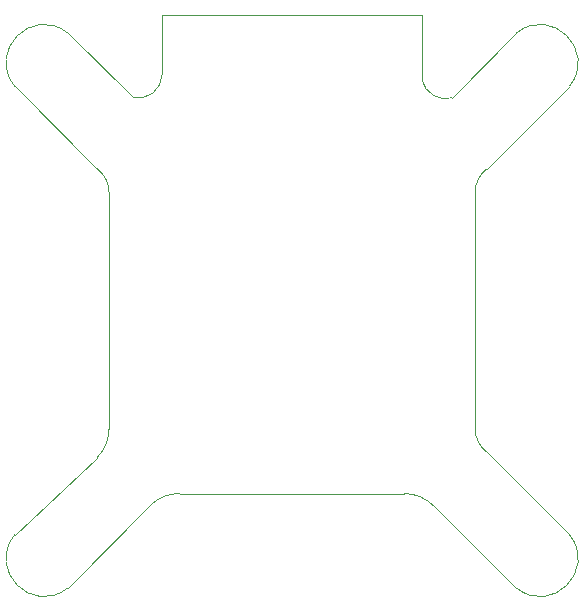
<source format=gbr>
%TF.GenerationSoftware,KiCad,Pcbnew,(6.0.0)*%
%TF.CreationDate,2022-01-20T18:02:09+07:00*%
%TF.ProjectId,CubeSat Encoder,43756265-5361-4742-9045-6e636f646572,rev?*%
%TF.SameCoordinates,Original*%
%TF.FileFunction,Profile,NP*%
%FSLAX46Y46*%
G04 Gerber Fmt 4.6, Leading zero omitted, Abs format (unit mm)*
G04 Created by KiCad (PCBNEW (6.0.0)) date 2022-01-20 18:02:09*
%MOMM*%
%LPD*%
G01*
G04 APERTURE LIST*
%TA.AperFunction,Profile*%
%ADD10C,0.100000*%
%TD*%
G04 APERTURE END LIST*
D10*
X127514929Y-52940285D02*
G75*
G03*
X130000000Y-51000000I485071J1940285D01*
G01*
X152000001Y-51500000D02*
G75*
G03*
X154500000Y-52999999I1999999J500000D01*
G01*
X156500000Y-81000000D02*
G75*
G03*
X157500000Y-83000000I2500000J0D01*
G01*
X152974874Y-87525126D02*
G75*
G03*
X150500000Y-86500000I-2474874J-2474874D01*
G01*
X131500000Y-86500000D02*
G75*
G03*
X129000001Y-87500001I-83331J-3416669D01*
G01*
X124474874Y-83474874D02*
G75*
G03*
X125500000Y-81000000I-2474874J2474874D01*
G01*
X125500000Y-61000000D02*
G75*
G03*
X124500000Y-59000000I-2500000J0D01*
G01*
X157500000Y-59000000D02*
G75*
G03*
X156500000Y-61000000I1500000J-2000000D01*
G01*
X164500000Y-52000000D02*
G75*
G03*
X160000000Y-47500000I-2500000J2000000D01*
G01*
X160000000Y-47500000D02*
X154500000Y-52999999D01*
X157500000Y-59000000D02*
X164500000Y-52000000D01*
X122000000Y-47500000D02*
G75*
G03*
X117500000Y-52000000I-2000000J-2500000D01*
G01*
X122000000Y-47500000D02*
X127514929Y-52940285D01*
X124500000Y-59000000D02*
X117500000Y-52000000D01*
X117500000Y-90000000D02*
G75*
G03*
X122000000Y-94500000I2500000J-2000000D01*
G01*
X160000000Y-94500000D02*
G75*
G03*
X164500000Y-90000000I2000000J2500000D01*
G01*
X124474874Y-83474874D02*
X117500000Y-90000000D01*
X129000000Y-87500000D02*
X122000000Y-94500000D01*
X152974874Y-87525126D02*
X160000000Y-94500000D01*
X157500000Y-83000000D02*
X164500000Y-90000000D01*
X130000000Y-51000000D02*
X130000000Y-46000000D01*
X130000000Y-46000000D02*
X152000000Y-46000000D01*
X125500000Y-81000000D02*
X125500000Y-61000000D01*
X156500000Y-61000000D02*
X156500000Y-81000000D01*
X152000000Y-46000000D02*
X152000001Y-51500000D01*
X150500000Y-86500000D02*
X131500000Y-86500000D01*
M02*

</source>
